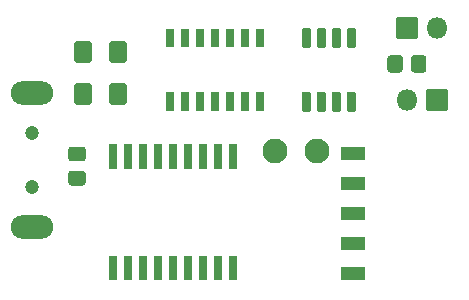
<source format=gts>
G04 #@! TF.GenerationSoftware,KiCad,Pcbnew,5.1.10*
G04 #@! TF.CreationDate,2022-01-04T22:46:53-05:00*
G04 #@! TF.ProjectId,usbdbg,75736264-6267-42e6-9b69-6361645f7063,rev?*
G04 #@! TF.SameCoordinates,Original*
G04 #@! TF.FileFunction,Soldermask,Top*
G04 #@! TF.FilePolarity,Negative*
%FSLAX46Y46*%
G04 Gerber Fmt 4.6, Leading zero omitted, Abs format (unit mm)*
G04 Created by KiCad (PCBNEW 5.1.10) date 2022-01-04 22:46:53*
%MOMM*%
%LPD*%
G01*
G04 APERTURE LIST*
%ADD10O,1.801600X1.801600*%
%ADD11O,3.601600X2.001600*%
%ADD12C,1.201600*%
%ADD13C,2.101600*%
G04 APERTURE END LIST*
G36*
G01*
X164242800Y-56416365D02*
X164242800Y-57375635D01*
G75*
G02*
X163971635Y-57646800I-271165J0D01*
G01*
X163212365Y-57646800D01*
G75*
G02*
X162941200Y-57375635I0J271165D01*
G01*
X162941200Y-56416365D01*
G75*
G02*
X163212365Y-56145200I271165J0D01*
G01*
X163971635Y-56145200D01*
G75*
G02*
X164242800Y-56416365I0J-271165D01*
G01*
G37*
G36*
G01*
X166242800Y-56416365D02*
X166242800Y-57375635D01*
G75*
G02*
X165971635Y-57646800I-271165J0D01*
G01*
X165212365Y-57646800D01*
G75*
G02*
X164941200Y-57375635I0J271165D01*
G01*
X164941200Y-56416365D01*
G75*
G02*
X165212365Y-56145200I271165J0D01*
G01*
X165971635Y-56145200D01*
G75*
G02*
X166242800Y-56416365I0J-271165D01*
G01*
G37*
D10*
X164592000Y-59944000D03*
G36*
G01*
X166282000Y-59043200D02*
X167982000Y-59043200D01*
G75*
G02*
X168032800Y-59094000I0J-50800D01*
G01*
X168032800Y-60794000D01*
G75*
G02*
X167982000Y-60844800I-50800J0D01*
G01*
X166282000Y-60844800D01*
G75*
G02*
X166231200Y-60794000I0J50800D01*
G01*
X166231200Y-59094000D01*
G75*
G02*
X166282000Y-59043200I50800J0D01*
G01*
G37*
G36*
G01*
X165442000Y-54748800D02*
X163742000Y-54748800D01*
G75*
G02*
X163691200Y-54698000I0J50800D01*
G01*
X163691200Y-52998000D01*
G75*
G02*
X163742000Y-52947200I50800J0D01*
G01*
X165442000Y-52947200D01*
G75*
G02*
X165492800Y-52998000I0J-50800D01*
G01*
X165492800Y-54698000D01*
G75*
G02*
X165442000Y-54748800I-50800J0D01*
G01*
G37*
X167132000Y-53848000D03*
G36*
G01*
X136173285Y-65940200D02*
X137130715Y-65940200D01*
G75*
G02*
X137402800Y-66212285I0J-272085D01*
G01*
X137402800Y-66919715D01*
G75*
G02*
X137130715Y-67191800I-272085J0D01*
G01*
X136173285Y-67191800D01*
G75*
G02*
X135901200Y-66919715I0J272085D01*
G01*
X135901200Y-66212285D01*
G75*
G02*
X136173285Y-65940200I272085J0D01*
G01*
G37*
G36*
G01*
X136173285Y-63890200D02*
X137130715Y-63890200D01*
G75*
G02*
X137402800Y-64162285I0J-272085D01*
G01*
X137402800Y-64869715D01*
G75*
G02*
X137130715Y-65141800I-272085J0D01*
G01*
X136173285Y-65141800D01*
G75*
G02*
X135901200Y-64869715I0J272085D01*
G01*
X135901200Y-64162285D01*
G75*
G02*
X136173285Y-63890200I272085J0D01*
G01*
G37*
D11*
X132884000Y-59324000D03*
X132884000Y-70724000D03*
D12*
X132884000Y-62724000D03*
X132884000Y-67324000D03*
G36*
G01*
X151846000Y-59303200D02*
X152446000Y-59303200D01*
G75*
G02*
X152496800Y-59354000I0J-50800D01*
G01*
X152496800Y-60854000D01*
G75*
G02*
X152446000Y-60904800I-50800J0D01*
G01*
X151846000Y-60904800D01*
G75*
G02*
X151795200Y-60854000I0J50800D01*
G01*
X151795200Y-59354000D01*
G75*
G02*
X151846000Y-59303200I50800J0D01*
G01*
G37*
G36*
G01*
X150576000Y-59303200D02*
X151176000Y-59303200D01*
G75*
G02*
X151226800Y-59354000I0J-50800D01*
G01*
X151226800Y-60854000D01*
G75*
G02*
X151176000Y-60904800I-50800J0D01*
G01*
X150576000Y-60904800D01*
G75*
G02*
X150525200Y-60854000I0J50800D01*
G01*
X150525200Y-59354000D01*
G75*
G02*
X150576000Y-59303200I50800J0D01*
G01*
G37*
G36*
G01*
X149306000Y-59303200D02*
X149906000Y-59303200D01*
G75*
G02*
X149956800Y-59354000I0J-50800D01*
G01*
X149956800Y-60854000D01*
G75*
G02*
X149906000Y-60904800I-50800J0D01*
G01*
X149306000Y-60904800D01*
G75*
G02*
X149255200Y-60854000I0J50800D01*
G01*
X149255200Y-59354000D01*
G75*
G02*
X149306000Y-59303200I50800J0D01*
G01*
G37*
G36*
G01*
X148036000Y-59303200D02*
X148636000Y-59303200D01*
G75*
G02*
X148686800Y-59354000I0J-50800D01*
G01*
X148686800Y-60854000D01*
G75*
G02*
X148636000Y-60904800I-50800J0D01*
G01*
X148036000Y-60904800D01*
G75*
G02*
X147985200Y-60854000I0J50800D01*
G01*
X147985200Y-59354000D01*
G75*
G02*
X148036000Y-59303200I50800J0D01*
G01*
G37*
G36*
G01*
X146766000Y-59303200D02*
X147366000Y-59303200D01*
G75*
G02*
X147416800Y-59354000I0J-50800D01*
G01*
X147416800Y-60854000D01*
G75*
G02*
X147366000Y-60904800I-50800J0D01*
G01*
X146766000Y-60904800D01*
G75*
G02*
X146715200Y-60854000I0J50800D01*
G01*
X146715200Y-59354000D01*
G75*
G02*
X146766000Y-59303200I50800J0D01*
G01*
G37*
G36*
G01*
X145496000Y-59303200D02*
X146096000Y-59303200D01*
G75*
G02*
X146146800Y-59354000I0J-50800D01*
G01*
X146146800Y-60854000D01*
G75*
G02*
X146096000Y-60904800I-50800J0D01*
G01*
X145496000Y-60904800D01*
G75*
G02*
X145445200Y-60854000I0J50800D01*
G01*
X145445200Y-59354000D01*
G75*
G02*
X145496000Y-59303200I50800J0D01*
G01*
G37*
G36*
G01*
X144226000Y-59303200D02*
X144826000Y-59303200D01*
G75*
G02*
X144876800Y-59354000I0J-50800D01*
G01*
X144876800Y-60854000D01*
G75*
G02*
X144826000Y-60904800I-50800J0D01*
G01*
X144226000Y-60904800D01*
G75*
G02*
X144175200Y-60854000I0J50800D01*
G01*
X144175200Y-59354000D01*
G75*
G02*
X144226000Y-59303200I50800J0D01*
G01*
G37*
G36*
G01*
X144226000Y-53903200D02*
X144826000Y-53903200D01*
G75*
G02*
X144876800Y-53954000I0J-50800D01*
G01*
X144876800Y-55454000D01*
G75*
G02*
X144826000Y-55504800I-50800J0D01*
G01*
X144226000Y-55504800D01*
G75*
G02*
X144175200Y-55454000I0J50800D01*
G01*
X144175200Y-53954000D01*
G75*
G02*
X144226000Y-53903200I50800J0D01*
G01*
G37*
G36*
G01*
X145496000Y-53903200D02*
X146096000Y-53903200D01*
G75*
G02*
X146146800Y-53954000I0J-50800D01*
G01*
X146146800Y-55454000D01*
G75*
G02*
X146096000Y-55504800I-50800J0D01*
G01*
X145496000Y-55504800D01*
G75*
G02*
X145445200Y-55454000I0J50800D01*
G01*
X145445200Y-53954000D01*
G75*
G02*
X145496000Y-53903200I50800J0D01*
G01*
G37*
G36*
G01*
X146766000Y-53903200D02*
X147366000Y-53903200D01*
G75*
G02*
X147416800Y-53954000I0J-50800D01*
G01*
X147416800Y-55454000D01*
G75*
G02*
X147366000Y-55504800I-50800J0D01*
G01*
X146766000Y-55504800D01*
G75*
G02*
X146715200Y-55454000I0J50800D01*
G01*
X146715200Y-53954000D01*
G75*
G02*
X146766000Y-53903200I50800J0D01*
G01*
G37*
G36*
G01*
X148036000Y-53903200D02*
X148636000Y-53903200D01*
G75*
G02*
X148686800Y-53954000I0J-50800D01*
G01*
X148686800Y-55454000D01*
G75*
G02*
X148636000Y-55504800I-50800J0D01*
G01*
X148036000Y-55504800D01*
G75*
G02*
X147985200Y-55454000I0J50800D01*
G01*
X147985200Y-53954000D01*
G75*
G02*
X148036000Y-53903200I50800J0D01*
G01*
G37*
G36*
G01*
X149306000Y-53903200D02*
X149906000Y-53903200D01*
G75*
G02*
X149956800Y-53954000I0J-50800D01*
G01*
X149956800Y-55454000D01*
G75*
G02*
X149906000Y-55504800I-50800J0D01*
G01*
X149306000Y-55504800D01*
G75*
G02*
X149255200Y-55454000I0J50800D01*
G01*
X149255200Y-53954000D01*
G75*
G02*
X149306000Y-53903200I50800J0D01*
G01*
G37*
G36*
G01*
X150576000Y-53903200D02*
X151176000Y-53903200D01*
G75*
G02*
X151226800Y-53954000I0J-50800D01*
G01*
X151226800Y-55454000D01*
G75*
G02*
X151176000Y-55504800I-50800J0D01*
G01*
X150576000Y-55504800D01*
G75*
G02*
X150525200Y-55454000I0J50800D01*
G01*
X150525200Y-53954000D01*
G75*
G02*
X150576000Y-53903200I50800J0D01*
G01*
G37*
G36*
G01*
X151846000Y-53903200D02*
X152446000Y-53903200D01*
G75*
G02*
X152496800Y-53954000I0J-50800D01*
G01*
X152496800Y-55454000D01*
G75*
G02*
X152446000Y-55504800I-50800J0D01*
G01*
X151846000Y-55504800D01*
G75*
G02*
X151795200Y-55454000I0J50800D01*
G01*
X151795200Y-53954000D01*
G75*
G02*
X151846000Y-53903200I50800J0D01*
G01*
G37*
G36*
G01*
X140000000Y-65818800D02*
X139400000Y-65818800D01*
G75*
G02*
X139349200Y-65768000I0J50800D01*
G01*
X139349200Y-63768000D01*
G75*
G02*
X139400000Y-63717200I50800J0D01*
G01*
X140000000Y-63717200D01*
G75*
G02*
X140050800Y-63768000I0J-50800D01*
G01*
X140050800Y-65768000D01*
G75*
G02*
X140000000Y-65818800I-50800J0D01*
G01*
G37*
G36*
G01*
X141270000Y-65818800D02*
X140670000Y-65818800D01*
G75*
G02*
X140619200Y-65768000I0J50800D01*
G01*
X140619200Y-63768000D01*
G75*
G02*
X140670000Y-63717200I50800J0D01*
G01*
X141270000Y-63717200D01*
G75*
G02*
X141320800Y-63768000I0J-50800D01*
G01*
X141320800Y-65768000D01*
G75*
G02*
X141270000Y-65818800I-50800J0D01*
G01*
G37*
G36*
G01*
X142540000Y-65818800D02*
X141940000Y-65818800D01*
G75*
G02*
X141889200Y-65768000I0J50800D01*
G01*
X141889200Y-63768000D01*
G75*
G02*
X141940000Y-63717200I50800J0D01*
G01*
X142540000Y-63717200D01*
G75*
G02*
X142590800Y-63768000I0J-50800D01*
G01*
X142590800Y-65768000D01*
G75*
G02*
X142540000Y-65818800I-50800J0D01*
G01*
G37*
G36*
G01*
X143810000Y-65818800D02*
X143210000Y-65818800D01*
G75*
G02*
X143159200Y-65768000I0J50800D01*
G01*
X143159200Y-63768000D01*
G75*
G02*
X143210000Y-63717200I50800J0D01*
G01*
X143810000Y-63717200D01*
G75*
G02*
X143860800Y-63768000I0J-50800D01*
G01*
X143860800Y-65768000D01*
G75*
G02*
X143810000Y-65818800I-50800J0D01*
G01*
G37*
G36*
G01*
X145080000Y-65818800D02*
X144480000Y-65818800D01*
G75*
G02*
X144429200Y-65768000I0J50800D01*
G01*
X144429200Y-63768000D01*
G75*
G02*
X144480000Y-63717200I50800J0D01*
G01*
X145080000Y-63717200D01*
G75*
G02*
X145130800Y-63768000I0J-50800D01*
G01*
X145130800Y-65768000D01*
G75*
G02*
X145080000Y-65818800I-50800J0D01*
G01*
G37*
G36*
G01*
X146350000Y-65818800D02*
X145750000Y-65818800D01*
G75*
G02*
X145699200Y-65768000I0J50800D01*
G01*
X145699200Y-63768000D01*
G75*
G02*
X145750000Y-63717200I50800J0D01*
G01*
X146350000Y-63717200D01*
G75*
G02*
X146400800Y-63768000I0J-50800D01*
G01*
X146400800Y-65768000D01*
G75*
G02*
X146350000Y-65818800I-50800J0D01*
G01*
G37*
G36*
G01*
X147620000Y-65818800D02*
X147020000Y-65818800D01*
G75*
G02*
X146969200Y-65768000I0J50800D01*
G01*
X146969200Y-63768000D01*
G75*
G02*
X147020000Y-63717200I50800J0D01*
G01*
X147620000Y-63717200D01*
G75*
G02*
X147670800Y-63768000I0J-50800D01*
G01*
X147670800Y-65768000D01*
G75*
G02*
X147620000Y-65818800I-50800J0D01*
G01*
G37*
G36*
G01*
X148890000Y-65818800D02*
X148290000Y-65818800D01*
G75*
G02*
X148239200Y-65768000I0J50800D01*
G01*
X148239200Y-63768000D01*
G75*
G02*
X148290000Y-63717200I50800J0D01*
G01*
X148890000Y-63717200D01*
G75*
G02*
X148940800Y-63768000I0J-50800D01*
G01*
X148940800Y-65768000D01*
G75*
G02*
X148890000Y-65818800I-50800J0D01*
G01*
G37*
G36*
G01*
X150160000Y-65818800D02*
X149560000Y-65818800D01*
G75*
G02*
X149509200Y-65768000I0J50800D01*
G01*
X149509200Y-63768000D01*
G75*
G02*
X149560000Y-63717200I50800J0D01*
G01*
X150160000Y-63717200D01*
G75*
G02*
X150210800Y-63768000I0J-50800D01*
G01*
X150210800Y-65768000D01*
G75*
G02*
X150160000Y-65818800I-50800J0D01*
G01*
G37*
G36*
G01*
X150160000Y-75218800D02*
X149560000Y-75218800D01*
G75*
G02*
X149509200Y-75168000I0J50800D01*
G01*
X149509200Y-73168000D01*
G75*
G02*
X149560000Y-73117200I50800J0D01*
G01*
X150160000Y-73117200D01*
G75*
G02*
X150210800Y-73168000I0J-50800D01*
G01*
X150210800Y-75168000D01*
G75*
G02*
X150160000Y-75218800I-50800J0D01*
G01*
G37*
G36*
G01*
X148890000Y-75218800D02*
X148290000Y-75218800D01*
G75*
G02*
X148239200Y-75168000I0J50800D01*
G01*
X148239200Y-73168000D01*
G75*
G02*
X148290000Y-73117200I50800J0D01*
G01*
X148890000Y-73117200D01*
G75*
G02*
X148940800Y-73168000I0J-50800D01*
G01*
X148940800Y-75168000D01*
G75*
G02*
X148890000Y-75218800I-50800J0D01*
G01*
G37*
G36*
G01*
X147620000Y-75218800D02*
X147020000Y-75218800D01*
G75*
G02*
X146969200Y-75168000I0J50800D01*
G01*
X146969200Y-73168000D01*
G75*
G02*
X147020000Y-73117200I50800J0D01*
G01*
X147620000Y-73117200D01*
G75*
G02*
X147670800Y-73168000I0J-50800D01*
G01*
X147670800Y-75168000D01*
G75*
G02*
X147620000Y-75218800I-50800J0D01*
G01*
G37*
G36*
G01*
X146350000Y-75218800D02*
X145750000Y-75218800D01*
G75*
G02*
X145699200Y-75168000I0J50800D01*
G01*
X145699200Y-73168000D01*
G75*
G02*
X145750000Y-73117200I50800J0D01*
G01*
X146350000Y-73117200D01*
G75*
G02*
X146400800Y-73168000I0J-50800D01*
G01*
X146400800Y-75168000D01*
G75*
G02*
X146350000Y-75218800I-50800J0D01*
G01*
G37*
G36*
G01*
X145080000Y-75218800D02*
X144480000Y-75218800D01*
G75*
G02*
X144429200Y-75168000I0J50800D01*
G01*
X144429200Y-73168000D01*
G75*
G02*
X144480000Y-73117200I50800J0D01*
G01*
X145080000Y-73117200D01*
G75*
G02*
X145130800Y-73168000I0J-50800D01*
G01*
X145130800Y-75168000D01*
G75*
G02*
X145080000Y-75218800I-50800J0D01*
G01*
G37*
G36*
G01*
X143810000Y-75218800D02*
X143210000Y-75218800D01*
G75*
G02*
X143159200Y-75168000I0J50800D01*
G01*
X143159200Y-73168000D01*
G75*
G02*
X143210000Y-73117200I50800J0D01*
G01*
X143810000Y-73117200D01*
G75*
G02*
X143860800Y-73168000I0J-50800D01*
G01*
X143860800Y-75168000D01*
G75*
G02*
X143810000Y-75218800I-50800J0D01*
G01*
G37*
G36*
G01*
X142540000Y-75218800D02*
X141940000Y-75218800D01*
G75*
G02*
X141889200Y-75168000I0J50800D01*
G01*
X141889200Y-73168000D01*
G75*
G02*
X141940000Y-73117200I50800J0D01*
G01*
X142540000Y-73117200D01*
G75*
G02*
X142590800Y-73168000I0J-50800D01*
G01*
X142590800Y-75168000D01*
G75*
G02*
X142540000Y-75218800I-50800J0D01*
G01*
G37*
G36*
G01*
X141270000Y-75218800D02*
X140670000Y-75218800D01*
G75*
G02*
X140619200Y-75168000I0J50800D01*
G01*
X140619200Y-73168000D01*
G75*
G02*
X140670000Y-73117200I50800J0D01*
G01*
X141270000Y-73117200D01*
G75*
G02*
X141320800Y-73168000I0J-50800D01*
G01*
X141320800Y-75168000D01*
G75*
G02*
X141270000Y-75218800I-50800J0D01*
G01*
G37*
G36*
G01*
X140000000Y-75218800D02*
X139400000Y-75218800D01*
G75*
G02*
X139349200Y-75168000I0J50800D01*
G01*
X139349200Y-73168000D01*
G75*
G02*
X139400000Y-73117200I50800J0D01*
G01*
X140000000Y-73117200D01*
G75*
G02*
X140050800Y-73168000I0J-50800D01*
G01*
X140050800Y-75168000D01*
G75*
G02*
X140000000Y-75218800I-50800J0D01*
G01*
G37*
G36*
G01*
X159593000Y-59278200D02*
X160193000Y-59278200D01*
G75*
G02*
X160243800Y-59329000I0J-50800D01*
G01*
X160243800Y-60879000D01*
G75*
G02*
X160193000Y-60929800I-50800J0D01*
G01*
X159593000Y-60929800D01*
G75*
G02*
X159542200Y-60879000I0J50800D01*
G01*
X159542200Y-59329000D01*
G75*
G02*
X159593000Y-59278200I50800J0D01*
G01*
G37*
G36*
G01*
X158323000Y-59278200D02*
X158923000Y-59278200D01*
G75*
G02*
X158973800Y-59329000I0J-50800D01*
G01*
X158973800Y-60879000D01*
G75*
G02*
X158923000Y-60929800I-50800J0D01*
G01*
X158323000Y-60929800D01*
G75*
G02*
X158272200Y-60879000I0J50800D01*
G01*
X158272200Y-59329000D01*
G75*
G02*
X158323000Y-59278200I50800J0D01*
G01*
G37*
G36*
G01*
X157053000Y-59278200D02*
X157653000Y-59278200D01*
G75*
G02*
X157703800Y-59329000I0J-50800D01*
G01*
X157703800Y-60879000D01*
G75*
G02*
X157653000Y-60929800I-50800J0D01*
G01*
X157053000Y-60929800D01*
G75*
G02*
X157002200Y-60879000I0J50800D01*
G01*
X157002200Y-59329000D01*
G75*
G02*
X157053000Y-59278200I50800J0D01*
G01*
G37*
G36*
G01*
X155783000Y-59278200D02*
X156383000Y-59278200D01*
G75*
G02*
X156433800Y-59329000I0J-50800D01*
G01*
X156433800Y-60879000D01*
G75*
G02*
X156383000Y-60929800I-50800J0D01*
G01*
X155783000Y-60929800D01*
G75*
G02*
X155732200Y-60879000I0J50800D01*
G01*
X155732200Y-59329000D01*
G75*
G02*
X155783000Y-59278200I50800J0D01*
G01*
G37*
G36*
G01*
X155783000Y-53878200D02*
X156383000Y-53878200D01*
G75*
G02*
X156433800Y-53929000I0J-50800D01*
G01*
X156433800Y-55479000D01*
G75*
G02*
X156383000Y-55529800I-50800J0D01*
G01*
X155783000Y-55529800D01*
G75*
G02*
X155732200Y-55479000I0J50800D01*
G01*
X155732200Y-53929000D01*
G75*
G02*
X155783000Y-53878200I50800J0D01*
G01*
G37*
G36*
G01*
X157053000Y-53878200D02*
X157653000Y-53878200D01*
G75*
G02*
X157703800Y-53929000I0J-50800D01*
G01*
X157703800Y-55479000D01*
G75*
G02*
X157653000Y-55529800I-50800J0D01*
G01*
X157053000Y-55529800D01*
G75*
G02*
X157002200Y-55479000I0J50800D01*
G01*
X157002200Y-53929000D01*
G75*
G02*
X157053000Y-53878200I50800J0D01*
G01*
G37*
G36*
G01*
X158323000Y-53878200D02*
X158923000Y-53878200D01*
G75*
G02*
X158973800Y-53929000I0J-50800D01*
G01*
X158973800Y-55479000D01*
G75*
G02*
X158923000Y-55529800I-50800J0D01*
G01*
X158323000Y-55529800D01*
G75*
G02*
X158272200Y-55479000I0J50800D01*
G01*
X158272200Y-53929000D01*
G75*
G02*
X158323000Y-53878200I50800J0D01*
G01*
G37*
G36*
G01*
X159593000Y-53878200D02*
X160193000Y-53878200D01*
G75*
G02*
X160243800Y-53929000I0J-50800D01*
G01*
X160243800Y-55479000D01*
G75*
G02*
X160193000Y-55529800I-50800J0D01*
G01*
X159593000Y-55529800D01*
G75*
G02*
X159542200Y-55479000I0J50800D01*
G01*
X159542200Y-53929000D01*
G75*
G02*
X159593000Y-53878200I50800J0D01*
G01*
G37*
G36*
G01*
X137923300Y-58778024D02*
X137923300Y-60093976D01*
G75*
G02*
X137655476Y-60361800I-267824J0D01*
G01*
X136664524Y-60361800D01*
G75*
G02*
X136396700Y-60093976I0J267824D01*
G01*
X136396700Y-58778024D01*
G75*
G02*
X136664524Y-58510200I267824J0D01*
G01*
X137655476Y-58510200D01*
G75*
G02*
X137923300Y-58778024I0J-267824D01*
G01*
G37*
G36*
G01*
X140898300Y-58778024D02*
X140898300Y-60093976D01*
G75*
G02*
X140630476Y-60361800I-267824J0D01*
G01*
X139639524Y-60361800D01*
G75*
G02*
X139371700Y-60093976I0J267824D01*
G01*
X139371700Y-58778024D01*
G75*
G02*
X139639524Y-58510200I267824J0D01*
G01*
X140630476Y-58510200D01*
G75*
G02*
X140898300Y-58778024I0J-267824D01*
G01*
G37*
G36*
G01*
X140898300Y-55222024D02*
X140898300Y-56537976D01*
G75*
G02*
X140630476Y-56805800I-267824J0D01*
G01*
X139639524Y-56805800D01*
G75*
G02*
X139371700Y-56537976I0J267824D01*
G01*
X139371700Y-55222024D01*
G75*
G02*
X139639524Y-54954200I267824J0D01*
G01*
X140630476Y-54954200D01*
G75*
G02*
X140898300Y-55222024I0J-267824D01*
G01*
G37*
G36*
G01*
X137923300Y-55222024D02*
X137923300Y-56537976D01*
G75*
G02*
X137655476Y-56805800I-267824J0D01*
G01*
X136664524Y-56805800D01*
G75*
G02*
X136396700Y-56537976I0J267824D01*
G01*
X136396700Y-55222024D01*
G75*
G02*
X136664524Y-54954200I267824J0D01*
G01*
X137655476Y-54954200D01*
G75*
G02*
X137923300Y-55222024I0J-267824D01*
G01*
G37*
D13*
X156972000Y-64262000D03*
X153416000Y-64262000D03*
G36*
G01*
X159020000Y-63965200D02*
X161020000Y-63965200D01*
G75*
G02*
X161070800Y-64016000I0J-50800D01*
G01*
X161070800Y-65016000D01*
G75*
G02*
X161020000Y-65066800I-50800J0D01*
G01*
X159020000Y-65066800D01*
G75*
G02*
X158969200Y-65016000I0J50800D01*
G01*
X158969200Y-64016000D01*
G75*
G02*
X159020000Y-63965200I50800J0D01*
G01*
G37*
G36*
G01*
X159020000Y-66505200D02*
X161020000Y-66505200D01*
G75*
G02*
X161070800Y-66556000I0J-50800D01*
G01*
X161070800Y-67556000D01*
G75*
G02*
X161020000Y-67606800I-50800J0D01*
G01*
X159020000Y-67606800D01*
G75*
G02*
X158969200Y-67556000I0J50800D01*
G01*
X158969200Y-66556000D01*
G75*
G02*
X159020000Y-66505200I50800J0D01*
G01*
G37*
G36*
G01*
X159020000Y-69045200D02*
X161020000Y-69045200D01*
G75*
G02*
X161070800Y-69096000I0J-50800D01*
G01*
X161070800Y-70096000D01*
G75*
G02*
X161020000Y-70146800I-50800J0D01*
G01*
X159020000Y-70146800D01*
G75*
G02*
X158969200Y-70096000I0J50800D01*
G01*
X158969200Y-69096000D01*
G75*
G02*
X159020000Y-69045200I50800J0D01*
G01*
G37*
G36*
G01*
X159020000Y-71585200D02*
X161020000Y-71585200D01*
G75*
G02*
X161070800Y-71636000I0J-50800D01*
G01*
X161070800Y-72636000D01*
G75*
G02*
X161020000Y-72686800I-50800J0D01*
G01*
X159020000Y-72686800D01*
G75*
G02*
X158969200Y-72636000I0J50800D01*
G01*
X158969200Y-71636000D01*
G75*
G02*
X159020000Y-71585200I50800J0D01*
G01*
G37*
G36*
G01*
X159020000Y-74125200D02*
X161020000Y-74125200D01*
G75*
G02*
X161070800Y-74176000I0J-50800D01*
G01*
X161070800Y-75176000D01*
G75*
G02*
X161020000Y-75226800I-50800J0D01*
G01*
X159020000Y-75226800D01*
G75*
G02*
X158969200Y-75176000I0J50800D01*
G01*
X158969200Y-74176000D01*
G75*
G02*
X159020000Y-74125200I50800J0D01*
G01*
G37*
M02*

</source>
